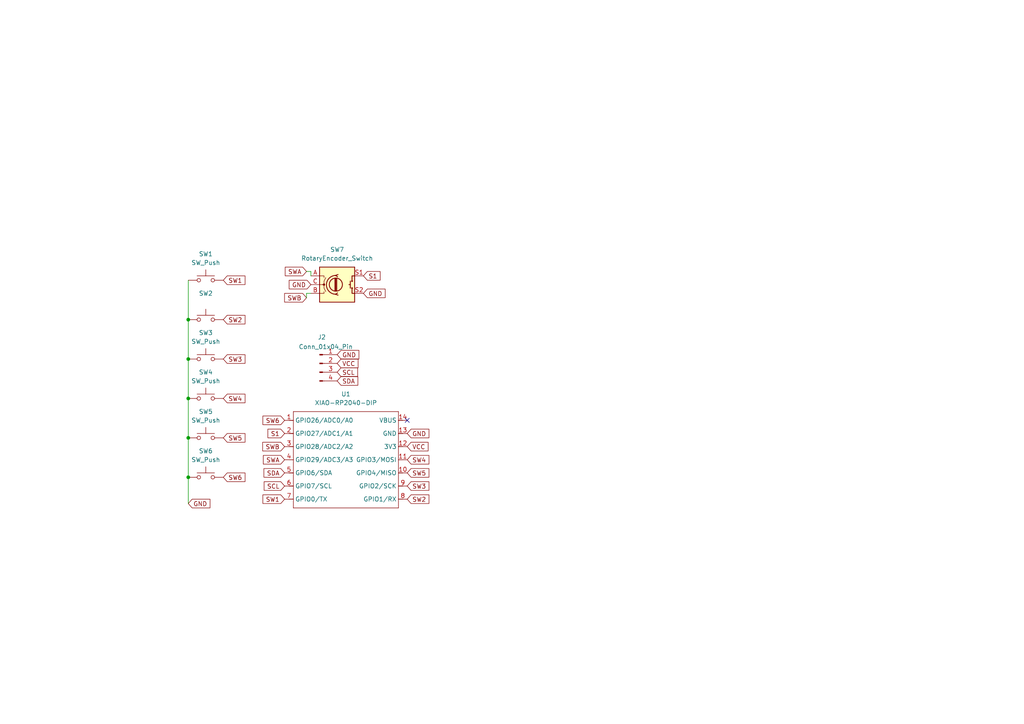
<source format=kicad_sch>
(kicad_sch
	(version 20250114)
	(generator "eeschema")
	(generator_version "9.0")
	(uuid "28b107a6-ad10-41ee-afba-bcd661c9881d")
	(paper "A4")
	(lib_symbols
		(symbol "Connector:Conn_01x04_Pin"
			(pin_names
				(offset 1.016)
				(hide yes)
			)
			(exclude_from_sim no)
			(in_bom yes)
			(on_board yes)
			(property "Reference" "J"
				(at 0 5.08 0)
				(effects
					(font
						(size 1.27 1.27)
					)
				)
			)
			(property "Value" "Conn_01x04_Pin"
				(at 0 -7.62 0)
				(effects
					(font
						(size 1.27 1.27)
					)
				)
			)
			(property "Footprint" ""
				(at 0 0 0)
				(effects
					(font
						(size 1.27 1.27)
					)
					(hide yes)
				)
			)
			(property "Datasheet" "~"
				(at 0 0 0)
				(effects
					(font
						(size 1.27 1.27)
					)
					(hide yes)
				)
			)
			(property "Description" "Generic connector, single row, 01x04, script generated"
				(at 0 0 0)
				(effects
					(font
						(size 1.27 1.27)
					)
					(hide yes)
				)
			)
			(property "ki_locked" ""
				(at 0 0 0)
				(effects
					(font
						(size 1.27 1.27)
					)
				)
			)
			(property "ki_keywords" "connector"
				(at 0 0 0)
				(effects
					(font
						(size 1.27 1.27)
					)
					(hide yes)
				)
			)
			(property "ki_fp_filters" "Connector*:*_1x??_*"
				(at 0 0 0)
				(effects
					(font
						(size 1.27 1.27)
					)
					(hide yes)
				)
			)
			(symbol "Conn_01x04_Pin_1_1"
				(rectangle
					(start 0.8636 2.667)
					(end 0 2.413)
					(stroke
						(width 0.1524)
						(type default)
					)
					(fill
						(type outline)
					)
				)
				(rectangle
					(start 0.8636 0.127)
					(end 0 -0.127)
					(stroke
						(width 0.1524)
						(type default)
					)
					(fill
						(type outline)
					)
				)
				(rectangle
					(start 0.8636 -2.413)
					(end 0 -2.667)
					(stroke
						(width 0.1524)
						(type default)
					)
					(fill
						(type outline)
					)
				)
				(rectangle
					(start 0.8636 -4.953)
					(end 0 -5.207)
					(stroke
						(width 0.1524)
						(type default)
					)
					(fill
						(type outline)
					)
				)
				(polyline
					(pts
						(xy 1.27 2.54) (xy 0.8636 2.54)
					)
					(stroke
						(width 0.1524)
						(type default)
					)
					(fill
						(type none)
					)
				)
				(polyline
					(pts
						(xy 1.27 0) (xy 0.8636 0)
					)
					(stroke
						(width 0.1524)
						(type default)
					)
					(fill
						(type none)
					)
				)
				(polyline
					(pts
						(xy 1.27 -2.54) (xy 0.8636 -2.54)
					)
					(stroke
						(width 0.1524)
						(type default)
					)
					(fill
						(type none)
					)
				)
				(polyline
					(pts
						(xy 1.27 -5.08) (xy 0.8636 -5.08)
					)
					(stroke
						(width 0.1524)
						(type default)
					)
					(fill
						(type none)
					)
				)
				(pin passive line
					(at 5.08 2.54 180)
					(length 3.81)
					(name "Pin_1"
						(effects
							(font
								(size 1.27 1.27)
							)
						)
					)
					(number "1"
						(effects
							(font
								(size 1.27 1.27)
							)
						)
					)
				)
				(pin passive line
					(at 5.08 0 180)
					(length 3.81)
					(name "Pin_2"
						(effects
							(font
								(size 1.27 1.27)
							)
						)
					)
					(number "2"
						(effects
							(font
								(size 1.27 1.27)
							)
						)
					)
				)
				(pin passive line
					(at 5.08 -2.54 180)
					(length 3.81)
					(name "Pin_3"
						(effects
							(font
								(size 1.27 1.27)
							)
						)
					)
					(number "3"
						(effects
							(font
								(size 1.27 1.27)
							)
						)
					)
				)
				(pin passive line
					(at 5.08 -5.08 180)
					(length 3.81)
					(name "Pin_4"
						(effects
							(font
								(size 1.27 1.27)
							)
						)
					)
					(number "4"
						(effects
							(font
								(size 1.27 1.27)
							)
						)
					)
				)
			)
			(embedded_fonts no)
		)
		(symbol "Device:RotaryEncoder_Switch"
			(pin_names
				(offset 0.254)
				(hide yes)
			)
			(exclude_from_sim no)
			(in_bom yes)
			(on_board yes)
			(property "Reference" "SW"
				(at 0 6.604 0)
				(effects
					(font
						(size 1.27 1.27)
					)
				)
			)
			(property "Value" "RotaryEncoder_Switch"
				(at 0 -6.604 0)
				(effects
					(font
						(size 1.27 1.27)
					)
				)
			)
			(property "Footprint" ""
				(at -3.81 4.064 0)
				(effects
					(font
						(size 1.27 1.27)
					)
					(hide yes)
				)
			)
			(property "Datasheet" "~"
				(at 0 6.604 0)
				(effects
					(font
						(size 1.27 1.27)
					)
					(hide yes)
				)
			)
			(property "Description" "Rotary encoder, dual channel, incremental quadrate outputs, with switch"
				(at 0 0 0)
				(effects
					(font
						(size 1.27 1.27)
					)
					(hide yes)
				)
			)
			(property "ki_keywords" "rotary switch encoder switch push button"
				(at 0 0 0)
				(effects
					(font
						(size 1.27 1.27)
					)
					(hide yes)
				)
			)
			(property "ki_fp_filters" "RotaryEncoder*Switch*"
				(at 0 0 0)
				(effects
					(font
						(size 1.27 1.27)
					)
					(hide yes)
				)
			)
			(symbol "RotaryEncoder_Switch_0_1"
				(rectangle
					(start -5.08 5.08)
					(end 5.08 -5.08)
					(stroke
						(width 0.254)
						(type default)
					)
					(fill
						(type background)
					)
				)
				(polyline
					(pts
						(xy -5.08 2.54) (xy -3.81 2.54) (xy -3.81 2.032)
					)
					(stroke
						(width 0)
						(type default)
					)
					(fill
						(type none)
					)
				)
				(polyline
					(pts
						(xy -5.08 0) (xy -3.81 0) (xy -3.81 -1.016) (xy -3.302 -2.032)
					)
					(stroke
						(width 0)
						(type default)
					)
					(fill
						(type none)
					)
				)
				(polyline
					(pts
						(xy -5.08 -2.54) (xy -3.81 -2.54) (xy -3.81 -2.032)
					)
					(stroke
						(width 0)
						(type default)
					)
					(fill
						(type none)
					)
				)
				(polyline
					(pts
						(xy -4.318 0) (xy -3.81 0) (xy -3.81 1.016) (xy -3.302 2.032)
					)
					(stroke
						(width 0)
						(type default)
					)
					(fill
						(type none)
					)
				)
				(circle
					(center -3.81 0)
					(radius 0.254)
					(stroke
						(width 0)
						(type default)
					)
					(fill
						(type outline)
					)
				)
				(polyline
					(pts
						(xy -0.635 -1.778) (xy -0.635 1.778)
					)
					(stroke
						(width 0.254)
						(type default)
					)
					(fill
						(type none)
					)
				)
				(circle
					(center -0.381 0)
					(radius 1.905)
					(stroke
						(width 0.254)
						(type default)
					)
					(fill
						(type none)
					)
				)
				(polyline
					(pts
						(xy -0.381 -1.778) (xy -0.381 1.778)
					)
					(stroke
						(width 0.254)
						(type default)
					)
					(fill
						(type none)
					)
				)
				(arc
					(start -0.381 -2.794)
					(mid -3.0988 -0.0635)
					(end -0.381 2.667)
					(stroke
						(width 0.254)
						(type default)
					)
					(fill
						(type none)
					)
				)
				(polyline
					(pts
						(xy -0.127 1.778) (xy -0.127 -1.778)
					)
					(stroke
						(width 0.254)
						(type default)
					)
					(fill
						(type none)
					)
				)
				(polyline
					(pts
						(xy 0.254 2.921) (xy -0.508 2.667) (xy 0.127 2.286)
					)
					(stroke
						(width 0.254)
						(type default)
					)
					(fill
						(type none)
					)
				)
				(polyline
					(pts
						(xy 0.254 -3.048) (xy -0.508 -2.794) (xy 0.127 -2.413)
					)
					(stroke
						(width 0.254)
						(type default)
					)
					(fill
						(type none)
					)
				)
				(polyline
					(pts
						(xy 3.81 1.016) (xy 3.81 -1.016)
					)
					(stroke
						(width 0.254)
						(type default)
					)
					(fill
						(type none)
					)
				)
				(polyline
					(pts
						(xy 3.81 0) (xy 3.429 0)
					)
					(stroke
						(width 0.254)
						(type default)
					)
					(fill
						(type none)
					)
				)
				(circle
					(center 4.318 1.016)
					(radius 0.127)
					(stroke
						(width 0.254)
						(type default)
					)
					(fill
						(type none)
					)
				)
				(circle
					(center 4.318 -1.016)
					(radius 0.127)
					(stroke
						(width 0.254)
						(type default)
					)
					(fill
						(type none)
					)
				)
				(polyline
					(pts
						(xy 5.08 2.54) (xy 4.318 2.54) (xy 4.318 1.016)
					)
					(stroke
						(width 0.254)
						(type default)
					)
					(fill
						(type none)
					)
				)
				(polyline
					(pts
						(xy 5.08 -2.54) (xy 4.318 -2.54) (xy 4.318 -1.016)
					)
					(stroke
						(width 0.254)
						(type default)
					)
					(fill
						(type none)
					)
				)
			)
			(symbol "RotaryEncoder_Switch_1_1"
				(pin passive line
					(at -7.62 2.54 0)
					(length 2.54)
					(name "A"
						(effects
							(font
								(size 1.27 1.27)
							)
						)
					)
					(number "A"
						(effects
							(font
								(size 1.27 1.27)
							)
						)
					)
				)
				(pin passive line
					(at -7.62 0 0)
					(length 2.54)
					(name "C"
						(effects
							(font
								(size 1.27 1.27)
							)
						)
					)
					(number "C"
						(effects
							(font
								(size 1.27 1.27)
							)
						)
					)
				)
				(pin passive line
					(at -7.62 -2.54 0)
					(length 2.54)
					(name "B"
						(effects
							(font
								(size 1.27 1.27)
							)
						)
					)
					(number "B"
						(effects
							(font
								(size 1.27 1.27)
							)
						)
					)
				)
				(pin passive line
					(at 7.62 2.54 180)
					(length 2.54)
					(name "S1"
						(effects
							(font
								(size 1.27 1.27)
							)
						)
					)
					(number "S1"
						(effects
							(font
								(size 1.27 1.27)
							)
						)
					)
				)
				(pin passive line
					(at 7.62 -2.54 180)
					(length 2.54)
					(name "S2"
						(effects
							(font
								(size 1.27 1.27)
							)
						)
					)
					(number "S2"
						(effects
							(font
								(size 1.27 1.27)
							)
						)
					)
				)
			)
			(embedded_fonts no)
		)
		(symbol "OPL:XIAO-RP2040-DIP"
			(exclude_from_sim no)
			(in_bom yes)
			(on_board yes)
			(property "Reference" "U"
				(at 0 0 0)
				(effects
					(font
						(size 1.27 1.27)
					)
				)
			)
			(property "Value" "XIAO-RP2040-DIP"
				(at 5.334 -1.778 0)
				(effects
					(font
						(size 1.27 1.27)
					)
				)
			)
			(property "Footprint" "Module:MOUDLE14P-XIAO-DIP-SMD"
				(at 14.478 -32.258 0)
				(effects
					(font
						(size 1.27 1.27)
					)
					(hide yes)
				)
			)
			(property "Datasheet" ""
				(at 0 0 0)
				(effects
					(font
						(size 1.27 1.27)
					)
					(hide yes)
				)
			)
			(property "Description" ""
				(at 0 0 0)
				(effects
					(font
						(size 1.27 1.27)
					)
					(hide yes)
				)
			)
			(symbol "XIAO-RP2040-DIP_1_0"
				(polyline
					(pts
						(xy -1.27 -2.54) (xy 29.21 -2.54)
					)
					(stroke
						(width 0.1524)
						(type solid)
					)
					(fill
						(type none)
					)
				)
				(polyline
					(pts
						(xy -1.27 -5.08) (xy -2.54 -5.08)
					)
					(stroke
						(width 0.1524)
						(type solid)
					)
					(fill
						(type none)
					)
				)
				(polyline
					(pts
						(xy -1.27 -5.08) (xy -1.27 -2.54)
					)
					(stroke
						(width 0.1524)
						(type solid)
					)
					(fill
						(type none)
					)
				)
				(polyline
					(pts
						(xy -1.27 -8.89) (xy -2.54 -8.89)
					)
					(stroke
						(width 0.1524)
						(type solid)
					)
					(fill
						(type none)
					)
				)
				(polyline
					(pts
						(xy -1.27 -8.89) (xy -1.27 -5.08)
					)
					(stroke
						(width 0.1524)
						(type solid)
					)
					(fill
						(type none)
					)
				)
				(polyline
					(pts
						(xy -1.27 -12.7) (xy -2.54 -12.7)
					)
					(stroke
						(width 0.1524)
						(type solid)
					)
					(fill
						(type none)
					)
				)
				(polyline
					(pts
						(xy -1.27 -12.7) (xy -1.27 -8.89)
					)
					(stroke
						(width 0.1524)
						(type solid)
					)
					(fill
						(type none)
					)
				)
				(polyline
					(pts
						(xy -1.27 -16.51) (xy -2.54 -16.51)
					)
					(stroke
						(width 0.1524)
						(type solid)
					)
					(fill
						(type none)
					)
				)
				(polyline
					(pts
						(xy -1.27 -16.51) (xy -1.27 -12.7)
					)
					(stroke
						(width 0.1524)
						(type solid)
					)
					(fill
						(type none)
					)
				)
				(polyline
					(pts
						(xy -1.27 -20.32) (xy -2.54 -20.32)
					)
					(stroke
						(width 0.1524)
						(type solid)
					)
					(fill
						(type none)
					)
				)
				(polyline
					(pts
						(xy -1.27 -24.13) (xy -2.54 -24.13)
					)
					(stroke
						(width 0.1524)
						(type solid)
					)
					(fill
						(type none)
					)
				)
				(polyline
					(pts
						(xy -1.27 -27.94) (xy -2.54 -27.94)
					)
					(stroke
						(width 0.1524)
						(type solid)
					)
					(fill
						(type none)
					)
				)
				(polyline
					(pts
						(xy -1.27 -30.48) (xy -1.27 -16.51)
					)
					(stroke
						(width 0.1524)
						(type solid)
					)
					(fill
						(type none)
					)
				)
				(polyline
					(pts
						(xy 29.21 -2.54) (xy 29.21 -5.08)
					)
					(stroke
						(width 0.1524)
						(type solid)
					)
					(fill
						(type none)
					)
				)
				(polyline
					(pts
						(xy 29.21 -5.08) (xy 29.21 -8.89)
					)
					(stroke
						(width 0.1524)
						(type solid)
					)
					(fill
						(type none)
					)
				)
				(polyline
					(pts
						(xy 29.21 -8.89) (xy 29.21 -12.7)
					)
					(stroke
						(width 0.1524)
						(type solid)
					)
					(fill
						(type none)
					)
				)
				(polyline
					(pts
						(xy 29.21 -12.7) (xy 29.21 -30.48)
					)
					(stroke
						(width 0.1524)
						(type solid)
					)
					(fill
						(type none)
					)
				)
				(polyline
					(pts
						(xy 29.21 -30.48) (xy -1.27 -30.48)
					)
					(stroke
						(width 0.1524)
						(type solid)
					)
					(fill
						(type none)
					)
				)
				(polyline
					(pts
						(xy 30.48 -5.08) (xy 29.21 -5.08)
					)
					(stroke
						(width 0.1524)
						(type solid)
					)
					(fill
						(type none)
					)
				)
				(polyline
					(pts
						(xy 30.48 -8.89) (xy 29.21 -8.89)
					)
					(stroke
						(width 0.1524)
						(type solid)
					)
					(fill
						(type none)
					)
				)
				(polyline
					(pts
						(xy 30.48 -12.7) (xy 29.21 -12.7)
					)
					(stroke
						(width 0.1524)
						(type solid)
					)
					(fill
						(type none)
					)
				)
				(polyline
					(pts
						(xy 30.48 -16.51) (xy 29.21 -16.51)
					)
					(stroke
						(width 0.1524)
						(type solid)
					)
					(fill
						(type none)
					)
				)
				(polyline
					(pts
						(xy 30.48 -20.32) (xy 29.21 -20.32)
					)
					(stroke
						(width 0.1524)
						(type solid)
					)
					(fill
						(type none)
					)
				)
				(polyline
					(pts
						(xy 30.48 -24.13) (xy 29.21 -24.13)
					)
					(stroke
						(width 0.1524)
						(type solid)
					)
					(fill
						(type none)
					)
				)
				(polyline
					(pts
						(xy 30.48 -27.94) (xy 29.21 -27.94)
					)
					(stroke
						(width 0.1524)
						(type solid)
					)
					(fill
						(type none)
					)
				)
				(pin passive line
					(at -3.81 -5.08 0)
					(length 2.54)
					(name "GPIO26/ADC0/A0"
						(effects
							(font
								(size 1.27 1.27)
							)
						)
					)
					(number "1"
						(effects
							(font
								(size 1.27 1.27)
							)
						)
					)
				)
				(pin passive line
					(at -3.81 -8.89 0)
					(length 2.54)
					(name "GPIO27/ADC1/A1"
						(effects
							(font
								(size 1.27 1.27)
							)
						)
					)
					(number "2"
						(effects
							(font
								(size 1.27 1.27)
							)
						)
					)
				)
				(pin passive line
					(at -3.81 -12.7 0)
					(length 2.54)
					(name "GPIO28/ADC2/A2"
						(effects
							(font
								(size 1.27 1.27)
							)
						)
					)
					(number "3"
						(effects
							(font
								(size 1.27 1.27)
							)
						)
					)
				)
				(pin passive line
					(at -3.81 -16.51 0)
					(length 2.54)
					(name "GPIO29/ADC3/A3"
						(effects
							(font
								(size 1.27 1.27)
							)
						)
					)
					(number "4"
						(effects
							(font
								(size 1.27 1.27)
							)
						)
					)
				)
				(pin passive line
					(at -3.81 -20.32 0)
					(length 2.54)
					(name "GPIO6/SDA"
						(effects
							(font
								(size 1.27 1.27)
							)
						)
					)
					(number "5"
						(effects
							(font
								(size 1.27 1.27)
							)
						)
					)
				)
				(pin passive line
					(at -3.81 -24.13 0)
					(length 2.54)
					(name "GPIO7/SCL"
						(effects
							(font
								(size 1.27 1.27)
							)
						)
					)
					(number "6"
						(effects
							(font
								(size 1.27 1.27)
							)
						)
					)
				)
				(pin passive line
					(at -3.81 -27.94 0)
					(length 2.54)
					(name "GPIO0/TX"
						(effects
							(font
								(size 1.27 1.27)
							)
						)
					)
					(number "7"
						(effects
							(font
								(size 1.27 1.27)
							)
						)
					)
				)
				(pin passive line
					(at 31.75 -5.08 180)
					(length 2.54)
					(name "VBUS"
						(effects
							(font
								(size 1.27 1.27)
							)
						)
					)
					(number "14"
						(effects
							(font
								(size 1.27 1.27)
							)
						)
					)
				)
				(pin passive line
					(at 31.75 -8.89 180)
					(length 2.54)
					(name "GND"
						(effects
							(font
								(size 1.27 1.27)
							)
						)
					)
					(number "13"
						(effects
							(font
								(size 1.27 1.27)
							)
						)
					)
				)
				(pin passive line
					(at 31.75 -12.7 180)
					(length 2.54)
					(name "3V3"
						(effects
							(font
								(size 1.27 1.27)
							)
						)
					)
					(number "12"
						(effects
							(font
								(size 1.27 1.27)
							)
						)
					)
				)
				(pin passive line
					(at 31.75 -16.51 180)
					(length 2.54)
					(name "GPIO3/MOSI"
						(effects
							(font
								(size 1.27 1.27)
							)
						)
					)
					(number "11"
						(effects
							(font
								(size 1.27 1.27)
							)
						)
					)
				)
				(pin passive line
					(at 31.75 -20.32 180)
					(length 2.54)
					(name "GPIO4/MISO"
						(effects
							(font
								(size 1.27 1.27)
							)
						)
					)
					(number "10"
						(effects
							(font
								(size 1.27 1.27)
							)
						)
					)
				)
				(pin passive line
					(at 31.75 -24.13 180)
					(length 2.54)
					(name "GPIO2/SCK"
						(effects
							(font
								(size 1.27 1.27)
							)
						)
					)
					(number "9"
						(effects
							(font
								(size 1.27 1.27)
							)
						)
					)
				)
				(pin passive line
					(at 31.75 -27.94 180)
					(length 2.54)
					(name "GPIO1/RX"
						(effects
							(font
								(size 1.27 1.27)
							)
						)
					)
					(number "8"
						(effects
							(font
								(size 1.27 1.27)
							)
						)
					)
				)
			)
			(embedded_fonts no)
		)
		(symbol "Switch:SW_Push"
			(pin_numbers
				(hide yes)
			)
			(pin_names
				(offset 1.016)
				(hide yes)
			)
			(exclude_from_sim no)
			(in_bom yes)
			(on_board yes)
			(property "Reference" "SW"
				(at 1.27 2.54 0)
				(effects
					(font
						(size 1.27 1.27)
					)
					(justify left)
				)
			)
			(property "Value" "SW_Push"
				(at 0 -1.524 0)
				(effects
					(font
						(size 1.27 1.27)
					)
				)
			)
			(property "Footprint" ""
				(at 0 5.08 0)
				(effects
					(font
						(size 1.27 1.27)
					)
					(hide yes)
				)
			)
			(property "Datasheet" "~"
				(at 0 5.08 0)
				(effects
					(font
						(size 1.27 1.27)
					)
					(hide yes)
				)
			)
			(property "Description" "Push button switch, generic, two pins"
				(at 0 0 0)
				(effects
					(font
						(size 1.27 1.27)
					)
					(hide yes)
				)
			)
			(property "ki_keywords" "switch normally-open pushbutton push-button"
				(at 0 0 0)
				(effects
					(font
						(size 1.27 1.27)
					)
					(hide yes)
				)
			)
			(symbol "SW_Push_0_1"
				(circle
					(center -2.032 0)
					(radius 0.508)
					(stroke
						(width 0)
						(type default)
					)
					(fill
						(type none)
					)
				)
				(polyline
					(pts
						(xy 0 1.27) (xy 0 3.048)
					)
					(stroke
						(width 0)
						(type default)
					)
					(fill
						(type none)
					)
				)
				(circle
					(center 2.032 0)
					(radius 0.508)
					(stroke
						(width 0)
						(type default)
					)
					(fill
						(type none)
					)
				)
				(polyline
					(pts
						(xy 2.54 1.27) (xy -2.54 1.27)
					)
					(stroke
						(width 0)
						(type default)
					)
					(fill
						(type none)
					)
				)
				(pin passive line
					(at -5.08 0 0)
					(length 2.54)
					(name "1"
						(effects
							(font
								(size 1.27 1.27)
							)
						)
					)
					(number "1"
						(effects
							(font
								(size 1.27 1.27)
							)
						)
					)
				)
				(pin passive line
					(at 5.08 0 180)
					(length 2.54)
					(name "2"
						(effects
							(font
								(size 1.27 1.27)
							)
						)
					)
					(number "2"
						(effects
							(font
								(size 1.27 1.27)
							)
						)
					)
				)
			)
			(embedded_fonts no)
		)
	)
	(junction
		(at 54.61 115.57)
		(diameter 0)
		(color 0 0 0 0)
		(uuid "3b592d01-96c5-473c-8369-5dd8040f5e98")
	)
	(junction
		(at 54.61 127)
		(diameter 0)
		(color 0 0 0 0)
		(uuid "5ca36012-d906-4619-b6ae-c1336ed93307")
	)
	(junction
		(at 54.61 104.14)
		(diameter 0)
		(color 0 0 0 0)
		(uuid "65f4da20-5684-4844-a1fb-f1471d18d4fb")
	)
	(junction
		(at 54.61 92.71)
		(diameter 0)
		(color 0 0 0 0)
		(uuid "dfa9089a-67c9-4666-b4aa-ef7f708fc283")
	)
	(junction
		(at 54.61 138.43)
		(diameter 0)
		(color 0 0 0 0)
		(uuid "f410be28-6c75-421e-bae9-41d097c161eb")
	)
	(no_connect
		(at 118.11 121.92)
		(uuid "42cc428b-8ff7-4789-8a30-761dcf9d0303")
	)
	(wire
		(pts
			(xy 54.61 127) (xy 54.61 138.43)
		)
		(stroke
			(width 0)
			(type default)
		)
		(uuid "093431cf-9bc5-4393-b50b-cdb0e3ebcba7")
	)
	(wire
		(pts
			(xy 90.17 78.74) (xy 90.17 80.01)
		)
		(stroke
			(width 0)
			(type default)
		)
		(uuid "5b5434e1-c0f3-490d-aeca-d7fdb0e46cc7")
	)
	(wire
		(pts
			(xy 88.9 85.09) (xy 90.17 85.09)
		)
		(stroke
			(width 0)
			(type default)
		)
		(uuid "71c7fc39-bec2-44c2-b897-3486225b6431")
	)
	(wire
		(pts
			(xy 54.61 115.57) (xy 54.61 127)
		)
		(stroke
			(width 0)
			(type default)
		)
		(uuid "7f8f90a4-b43a-418c-aceb-330be022532f")
	)
	(wire
		(pts
			(xy 54.61 104.14) (xy 54.61 115.57)
		)
		(stroke
			(width 0)
			(type default)
		)
		(uuid "9c604dc1-b691-4e11-8e9a-7b17bf49c55a")
	)
	(wire
		(pts
			(xy 54.61 138.43) (xy 54.61 146.05)
		)
		(stroke
			(width 0)
			(type default)
		)
		(uuid "a2338c5f-d6a9-4644-ac80-44c4da9ec252")
	)
	(wire
		(pts
			(xy 88.9 78.74) (xy 90.17 78.74)
		)
		(stroke
			(width 0)
			(type default)
		)
		(uuid "a78f8029-a5be-4ea7-a7fd-d1761361e6d2")
	)
	(wire
		(pts
			(xy 54.61 81.28) (xy 54.61 92.71)
		)
		(stroke
			(width 0)
			(type default)
		)
		(uuid "a8f15ab4-919f-48bb-b1b4-1eb2a7212071")
	)
	(wire
		(pts
			(xy 88.9 86.36) (xy 88.9 85.09)
		)
		(stroke
			(width 0)
			(type default)
		)
		(uuid "cbe4849f-4a0b-48ad-a307-e31693dcf6ba")
	)
	(wire
		(pts
			(xy 54.61 92.71) (xy 54.61 104.14)
		)
		(stroke
			(width 0)
			(type default)
		)
		(uuid "d15b05cb-edc5-4ccc-bef9-d0b217658927")
	)
	(global_label "SW4"
		(shape input)
		(at 64.77 115.57 0)
		(fields_autoplaced yes)
		(effects
			(font
				(size 1.27 1.27)
			)
			(justify left)
		)
		(uuid "1b3cedb9-bb01-4961-bb52-406bc4ade3b7")
		(property "Intersheetrefs" "${INTERSHEET_REFS}"
			(at 71.6256 115.57 0)
			(effects
				(font
					(size 1.27 1.27)
				)
				(justify left)
				(hide yes)
			)
		)
	)
	(global_label "SW6"
		(shape input)
		(at 82.55 121.92 180)
		(fields_autoplaced yes)
		(effects
			(font
				(size 1.27 1.27)
			)
			(justify right)
		)
		(uuid "20159e70-a219-4ce6-ba24-5c76e8e4e636")
		(property "Intersheetrefs" "${INTERSHEET_REFS}"
			(at 75.6944 121.92 0)
			(effects
				(font
					(size 1.27 1.27)
				)
				(justify right)
				(hide yes)
			)
		)
	)
	(global_label "SW1"
		(shape input)
		(at 64.77 81.28 0)
		(fields_autoplaced yes)
		(effects
			(font
				(size 1.27 1.27)
			)
			(justify left)
		)
		(uuid "243dd24c-a436-431b-bfef-4b06f25ec7ee")
		(property "Intersheetrefs" "${INTERSHEET_REFS}"
			(at 71.6256 81.28 0)
			(effects
				(font
					(size 1.27 1.27)
				)
				(justify left)
				(hide yes)
			)
		)
	)
	(global_label "SW3"
		(shape input)
		(at 118.11 140.97 0)
		(fields_autoplaced yes)
		(effects
			(font
				(size 1.27 1.27)
			)
			(justify left)
		)
		(uuid "2b7cbc03-e314-4424-b8be-d1144bfa1050")
		(property "Intersheetrefs" "${INTERSHEET_REFS}"
			(at 124.9656 140.97 0)
			(effects
				(font
					(size 1.27 1.27)
				)
				(justify left)
				(hide yes)
			)
		)
	)
	(global_label "SWB"
		(shape input)
		(at 88.9 86.36 180)
		(fields_autoplaced yes)
		(effects
			(font
				(size 1.27 1.27)
			)
			(justify right)
		)
		(uuid "2e1cab64-e2f0-4b34-8243-0d7d774c813e")
		(property "Intersheetrefs" "${INTERSHEET_REFS}"
			(at 81.9839 86.36 0)
			(effects
				(font
					(size 1.27 1.27)
				)
				(justify right)
				(hide yes)
			)
		)
	)
	(global_label "SW5"
		(shape input)
		(at 64.77 127 0)
		(fields_autoplaced yes)
		(effects
			(font
				(size 1.27 1.27)
			)
			(justify left)
		)
		(uuid "3dbb19b8-2c71-46c7-a446-2bfbe457fbc1")
		(property "Intersheetrefs" "${INTERSHEET_REFS}"
			(at 71.6256 127 0)
			(effects
				(font
					(size 1.27 1.27)
				)
				(justify left)
				(hide yes)
			)
		)
	)
	(global_label "VCC"
		(shape input)
		(at 97.79 105.41 0)
		(fields_autoplaced yes)
		(effects
			(font
				(size 1.27 1.27)
			)
			(justify left)
		)
		(uuid "3e9bf11f-4c1e-4bc0-b7f6-59b3058e3ca8")
		(property "Intersheetrefs" "${INTERSHEET_REFS}"
			(at 104.4038 105.41 0)
			(effects
				(font
					(size 1.27 1.27)
				)
				(justify left)
				(hide yes)
			)
		)
	)
	(global_label "VCC"
		(shape input)
		(at 118.11 129.54 0)
		(fields_autoplaced yes)
		(effects
			(font
				(size 1.27 1.27)
			)
			(justify left)
		)
		(uuid "3f63d62f-9b41-4e30-b644-e8136f4ea66f")
		(property "Intersheetrefs" "${INTERSHEET_REFS}"
			(at 124.7238 129.54 0)
			(effects
				(font
					(size 1.27 1.27)
				)
				(justify left)
				(hide yes)
			)
		)
	)
	(global_label "SWB"
		(shape input)
		(at 82.55 129.54 180)
		(fields_autoplaced yes)
		(effects
			(font
				(size 1.27 1.27)
			)
			(justify right)
		)
		(uuid "43d28994-ab56-4a6e-9cdc-74e1ac9ca04d")
		(property "Intersheetrefs" "${INTERSHEET_REFS}"
			(at 75.6339 129.54 0)
			(effects
				(font
					(size 1.27 1.27)
				)
				(justify right)
				(hide yes)
			)
		)
	)
	(global_label "S1"
		(shape input)
		(at 105.41 80.01 0)
		(fields_autoplaced yes)
		(effects
			(font
				(size 1.27 1.27)
			)
			(justify left)
		)
		(uuid "491dfd34-3218-4d0e-a3c1-b659d0f6fca2")
		(property "Intersheetrefs" "${INTERSHEET_REFS}"
			(at 110.8142 80.01 0)
			(effects
				(font
					(size 1.27 1.27)
				)
				(justify left)
				(hide yes)
			)
		)
	)
	(global_label "SCL"
		(shape input)
		(at 97.79 107.95 0)
		(fields_autoplaced yes)
		(effects
			(font
				(size 1.27 1.27)
			)
			(justify left)
		)
		(uuid "4aa1728a-54fd-4782-94c5-9f37640b7b6d")
		(property "Intersheetrefs" "${INTERSHEET_REFS}"
			(at 104.2828 107.95 0)
			(effects
				(font
					(size 1.27 1.27)
				)
				(justify left)
				(hide yes)
			)
		)
	)
	(global_label "SCL"
		(shape input)
		(at 82.55 140.97 180)
		(fields_autoplaced yes)
		(effects
			(font
				(size 1.27 1.27)
			)
			(justify right)
		)
		(uuid "5370573c-8eb8-4d2b-ab46-f0acdfedf4a9")
		(property "Intersheetrefs" "${INTERSHEET_REFS}"
			(at 76.0572 140.97 0)
			(effects
				(font
					(size 1.27 1.27)
				)
				(justify right)
				(hide yes)
			)
		)
	)
	(global_label "GND"
		(shape input)
		(at 105.41 85.09 0)
		(fields_autoplaced yes)
		(effects
			(font
				(size 1.27 1.27)
			)
			(justify left)
		)
		(uuid "5e601c5a-81b1-4cc7-9bc3-8c5d476e5f00")
		(property "Intersheetrefs" "${INTERSHEET_REFS}"
			(at 112.2657 85.09 0)
			(effects
				(font
					(size 1.27 1.27)
				)
				(justify left)
				(hide yes)
			)
		)
	)
	(global_label "SDA"
		(shape input)
		(at 97.79 110.49 0)
		(fields_autoplaced yes)
		(effects
			(font
				(size 1.27 1.27)
			)
			(justify left)
		)
		(uuid "7de33f2b-f9c2-44eb-92a8-f80a8c8ca3f6")
		(property "Intersheetrefs" "${INTERSHEET_REFS}"
			(at 104.3433 110.49 0)
			(effects
				(font
					(size 1.27 1.27)
				)
				(justify left)
				(hide yes)
			)
		)
	)
	(global_label "SWA"
		(shape input)
		(at 88.9 78.74 180)
		(fields_autoplaced yes)
		(effects
			(font
				(size 1.27 1.27)
			)
			(justify right)
		)
		(uuid "8c2d1993-b67d-467f-864f-8c8c4a18c06a")
		(property "Intersheetrefs" "${INTERSHEET_REFS}"
			(at 82.1653 78.74 0)
			(effects
				(font
					(size 1.27 1.27)
				)
				(justify right)
				(hide yes)
			)
		)
	)
	(global_label "SWA"
		(shape input)
		(at 82.55 133.35 180)
		(fields_autoplaced yes)
		(effects
			(font
				(size 1.27 1.27)
			)
			(justify right)
		)
		(uuid "962bfab0-ea5b-4b56-ac73-8025f6faa2b1")
		(property "Intersheetrefs" "${INTERSHEET_REFS}"
			(at 75.8153 133.35 0)
			(effects
				(font
					(size 1.27 1.27)
				)
				(justify right)
				(hide yes)
			)
		)
	)
	(global_label "SW3"
		(shape input)
		(at 64.77 104.14 0)
		(fields_autoplaced yes)
		(effects
			(font
				(size 1.27 1.27)
			)
			(justify left)
		)
		(uuid "9cf7995b-dcc2-4d30-90a5-2a30b1a70dfc")
		(property "Intersheetrefs" "${INTERSHEET_REFS}"
			(at 71.6256 104.14 0)
			(effects
				(font
					(size 1.27 1.27)
				)
				(justify left)
				(hide yes)
			)
		)
	)
	(global_label "SW1"
		(shape input)
		(at 82.55 144.78 180)
		(fields_autoplaced yes)
		(effects
			(font
				(size 1.27 1.27)
			)
			(justify right)
		)
		(uuid "a036edc6-282c-4fcf-bebf-7c07428329b7")
		(property "Intersheetrefs" "${INTERSHEET_REFS}"
			(at 75.6944 144.78 0)
			(effects
				(font
					(size 1.27 1.27)
				)
				(justify right)
				(hide yes)
			)
		)
	)
	(global_label "GND"
		(shape input)
		(at 118.11 125.73 0)
		(fields_autoplaced yes)
		(effects
			(font
				(size 1.27 1.27)
			)
			(justify left)
		)
		(uuid "a31f77d2-c0c0-4645-b0c4-180565339046")
		(property "Intersheetrefs" "${INTERSHEET_REFS}"
			(at 124.9657 125.73 0)
			(effects
				(font
					(size 1.27 1.27)
				)
				(justify left)
				(hide yes)
			)
		)
	)
	(global_label "GND"
		(shape input)
		(at 97.79 102.87 0)
		(fields_autoplaced yes)
		(effects
			(font
				(size 1.27 1.27)
			)
			(justify left)
		)
		(uuid "a93882e6-0571-45dc-9981-2a692c87783e")
		(property "Intersheetrefs" "${INTERSHEET_REFS}"
			(at 104.6457 102.87 0)
			(effects
				(font
					(size 1.27 1.27)
				)
				(justify left)
				(hide yes)
			)
		)
	)
	(global_label "GND"
		(shape input)
		(at 54.61 146.05 0)
		(fields_autoplaced yes)
		(effects
			(font
				(size 1.27 1.27)
			)
			(justify left)
		)
		(uuid "aabe5bdf-c3d9-4175-bb46-c5c405865538")
		(property "Intersheetrefs" "${INTERSHEET_REFS}"
			(at 61.4657 146.05 0)
			(effects
				(font
					(size 1.27 1.27)
				)
				(justify left)
				(hide yes)
			)
		)
	)
	(global_label "SW4"
		(shape input)
		(at 118.11 133.35 0)
		(fields_autoplaced yes)
		(effects
			(font
				(size 1.27 1.27)
			)
			(justify left)
		)
		(uuid "ab1806e3-9ef7-4e52-b338-dd115c96138e")
		(property "Intersheetrefs" "${INTERSHEET_REFS}"
			(at 124.9656 133.35 0)
			(effects
				(font
					(size 1.27 1.27)
				)
				(justify left)
				(hide yes)
			)
		)
	)
	(global_label "SDA"
		(shape input)
		(at 82.55 137.16 180)
		(fields_autoplaced yes)
		(effects
			(font
				(size 1.27 1.27)
			)
			(justify right)
		)
		(uuid "b001c557-c987-45da-b30a-f91ff72d5cfe")
		(property "Intersheetrefs" "${INTERSHEET_REFS}"
			(at 75.9967 137.16 0)
			(effects
				(font
					(size 1.27 1.27)
				)
				(justify right)
				(hide yes)
			)
		)
	)
	(global_label "SW2"
		(shape input)
		(at 118.11 144.78 0)
		(fields_autoplaced yes)
		(effects
			(font
				(size 1.27 1.27)
			)
			(justify left)
		)
		(uuid "b1e9d1be-7fe9-4826-9388-53783d86465f")
		(property "Intersheetrefs" "${INTERSHEET_REFS}"
			(at 124.9656 144.78 0)
			(effects
				(font
					(size 1.27 1.27)
				)
				(justify left)
				(hide yes)
			)
		)
	)
	(global_label "SW5"
		(shape input)
		(at 118.11 137.16 0)
		(fields_autoplaced yes)
		(effects
			(font
				(size 1.27 1.27)
			)
			(justify left)
		)
		(uuid "bf488762-2787-4655-bd10-a3689c5d705a")
		(property "Intersheetrefs" "${INTERSHEET_REFS}"
			(at 124.9656 137.16 0)
			(effects
				(font
					(size 1.27 1.27)
				)
				(justify left)
				(hide yes)
			)
		)
	)
	(global_label "GND"
		(shape input)
		(at 90.17 82.55 180)
		(fields_autoplaced yes)
		(effects
			(font
				(size 1.27 1.27)
			)
			(justify right)
		)
		(uuid "ccd885e6-0b65-41ba-9add-2bd749f37283")
		(property "Intersheetrefs" "${INTERSHEET_REFS}"
			(at 83.3143 82.55 0)
			(effects
				(font
					(size 1.27 1.27)
				)
				(justify right)
				(hide yes)
			)
		)
	)
	(global_label "SW2"
		(shape input)
		(at 64.77 92.71 0)
		(fields_autoplaced yes)
		(effects
			(font
				(size 1.27 1.27)
			)
			(justify left)
		)
		(uuid "dbfe6c06-b804-4c49-aa35-c749beeb0448")
		(property "Intersheetrefs" "${INTERSHEET_REFS}"
			(at 71.6256 92.71 0)
			(effects
				(font
					(size 1.27 1.27)
				)
				(justify left)
				(hide yes)
			)
		)
	)
	(global_label "SW6"
		(shape input)
		(at 64.77 138.43 0)
		(fields_autoplaced yes)
		(effects
			(font
				(size 1.27 1.27)
			)
			(justify left)
		)
		(uuid "f012f626-4f3d-4e78-b3a2-481f073aadc4")
		(property "Intersheetrefs" "${INTERSHEET_REFS}"
			(at 71.6256 138.43 0)
			(effects
				(font
					(size 1.27 1.27)
				)
				(justify left)
				(hide yes)
			)
		)
	)
	(global_label "S1"
		(shape input)
		(at 82.55 125.73 180)
		(fields_autoplaced yes)
		(effects
			(font
				(size 1.27 1.27)
			)
			(justify right)
		)
		(uuid "ff9d6bb7-dc06-4588-816a-96c7ae72b0c3")
		(property "Intersheetrefs" "${INTERSHEET_REFS}"
			(at 77.1458 125.73 0)
			(effects
				(font
					(size 1.27 1.27)
				)
				(justify right)
				(hide yes)
			)
		)
	)
	(symbol
		(lib_id "Connector:Conn_01x04_Pin")
		(at 92.71 105.41 0)
		(unit 1)
		(exclude_from_sim no)
		(in_bom yes)
		(on_board yes)
		(dnp no)
		(uuid "1071bea9-921e-4337-82d7-71f7f03ae2b3")
		(property "Reference" "J2"
			(at 93.345 97.79 0)
			(effects
				(font
					(size 1.27 1.27)
				)
			)
		)
		(property "Value" "Conn_01x04_Pin"
			(at 94.488 100.584 0)
			(effects
				(font
					(size 1.27 1.27)
				)
			)
		)
		(property "Footprint" "Connector_PinHeader_1.00mm:PinHeader_1x04_P1.00mm_Vertical"
			(at 92.71 105.41 0)
			(effects
				(font
					(size 1.27 1.27)
				)
				(hide yes)
			)
		)
		(property "Datasheet" "~"
			(at 92.71 105.41 0)
			(effects
				(font
					(size 1.27 1.27)
				)
				(hide yes)
			)
		)
		(property "Description" "Generic connector, single row, 01x04, script generated"
			(at 92.71 105.41 0)
			(effects
				(font
					(size 1.27 1.27)
				)
				(hide yes)
			)
		)
		(pin "1"
			(uuid "d182f171-5f62-492a-a52e-44ffc81d980d")
		)
		(pin "2"
			(uuid "a2012973-e7f5-45b4-b135-914936659442")
		)
		(pin "3"
			(uuid "9ed4639d-2289-4e76-b759-79e041f9ac43")
		)
		(pin "4"
			(uuid "9b1560e6-ffae-42e7-a4f5-ad7bc4cd05a6")
		)
		(instances
			(project ""
				(path "/28b107a6-ad10-41ee-afba-bcd661c9881d"
					(reference "J2")
					(unit 1)
				)
			)
		)
	)
	(symbol
		(lib_id "Switch:SW_Push")
		(at 59.69 138.43 0)
		(unit 1)
		(exclude_from_sim no)
		(in_bom yes)
		(on_board yes)
		(dnp no)
		(fields_autoplaced yes)
		(uuid "1f21fb94-0e71-4cff-82db-d459447fac05")
		(property "Reference" "SW6"
			(at 59.69 130.81 0)
			(effects
				(font
					(size 1.27 1.27)
				)
			)
		)
		(property "Value" "SW_Push"
			(at 59.69 133.35 0)
			(effects
				(font
					(size 1.27 1.27)
				)
			)
		)
		(property "Footprint" "Button_Switch_Keyboard:SW_Cherry_MX_1.00u_PCB"
			(at 59.69 133.35 0)
			(effects
				(font
					(size 1.27 1.27)
				)
				(hide yes)
			)
		)
		(property "Datasheet" "~"
			(at 59.69 133.35 0)
			(effects
				(font
					(size 1.27 1.27)
				)
				(hide yes)
			)
		)
		(property "Description" "Push button switch, generic, two pins"
			(at 59.69 138.43 0)
			(effects
				(font
					(size 1.27 1.27)
				)
				(hide yes)
			)
		)
		(pin "2"
			(uuid "e9eef8fc-1fb2-47d8-9d97-10a0d4268416")
		)
		(pin "1"
			(uuid "c36b339c-73d1-48df-9f0d-b62e6f90e2c0")
		)
		(instances
			(project "Macropad"
				(path "/28b107a6-ad10-41ee-afba-bcd661c9881d"
					(reference "SW6")
					(unit 1)
				)
			)
		)
	)
	(symbol
		(lib_id "Switch:SW_Push")
		(at 59.69 115.57 0)
		(unit 1)
		(exclude_from_sim no)
		(in_bom yes)
		(on_board yes)
		(dnp no)
		(fields_autoplaced yes)
		(uuid "37963203-8bb2-419a-bcbd-71f33fb13f9f")
		(property "Reference" "SW4"
			(at 59.69 107.95 0)
			(effects
				(font
					(size 1.27 1.27)
				)
			)
		)
		(property "Value" "SW_Push"
			(at 59.69 110.49 0)
			(effects
				(font
					(size 1.27 1.27)
				)
			)
		)
		(property "Footprint" "Button_Switch_Keyboard:SW_Cherry_MX_1.00u_PCB"
			(at 59.69 110.49 0)
			(effects
				(font
					(size 1.27 1.27)
				)
				(hide yes)
			)
		)
		(property "Datasheet" "~"
			(at 59.69 110.49 0)
			(effects
				(font
					(size 1.27 1.27)
				)
				(hide yes)
			)
		)
		(property "Description" "Push button switch, generic, two pins"
			(at 59.69 115.57 0)
			(effects
				(font
					(size 1.27 1.27)
				)
				(hide yes)
			)
		)
		(pin "2"
			(uuid "e0fd98e6-bdaf-4ede-9616-12b91362f111")
		)
		(pin "1"
			(uuid "fb2f5f5b-2d21-443b-8ab1-f208a8748b94")
		)
		(instances
			(project "Macropad"
				(path "/28b107a6-ad10-41ee-afba-bcd661c9881d"
					(reference "SW4")
					(unit 1)
				)
			)
		)
	)
	(symbol
		(lib_id "OPL:XIAO-RP2040-DIP")
		(at 86.36 116.84 0)
		(unit 1)
		(exclude_from_sim no)
		(in_bom yes)
		(on_board yes)
		(dnp no)
		(fields_autoplaced yes)
		(uuid "545fae5f-974d-456d-ba1b-899af0053aa2")
		(property "Reference" "U1"
			(at 100.33 114.3 0)
			(effects
				(font
					(size 1.27 1.27)
				)
			)
		)
		(property "Value" "XIAO-RP2040-DIP"
			(at 100.33 116.84 0)
			(effects
				(font
					(size 1.27 1.27)
				)
			)
		)
		(property "Footprint" "OPL:XIAO-RP2040-DIP"
			(at 100.838 149.098 0)
			(effects
				(font
					(size 1.27 1.27)
				)
				(hide yes)
			)
		)
		(property "Datasheet" ""
			(at 86.36 116.84 0)
			(effects
				(font
					(size 1.27 1.27)
				)
				(hide yes)
			)
		)
		(property "Description" ""
			(at 86.36 116.84 0)
			(effects
				(font
					(size 1.27 1.27)
				)
				(hide yes)
			)
		)
		(pin "7"
			(uuid "dbb21198-16e6-4cf4-a8a1-b334df465ead")
		)
		(pin "10"
			(uuid "c4cd99ff-9ca4-42c4-96b4-22b4230b30ea")
		)
		(pin "5"
			(uuid "873f6dcd-d17d-4cb2-a886-9505f120882f")
		)
		(pin "14"
			(uuid "41a89be7-c865-4424-933b-46d6a2ebae88")
		)
		(pin "13"
			(uuid "9e5d2a19-472a-412d-acec-297d203103b2")
		)
		(pin "1"
			(uuid "c09d4e72-11c8-479f-a7f0-d96ef7a93b5c")
		)
		(pin "2"
			(uuid "19fdc540-6098-4b82-8af7-a8d02b09b10a")
		)
		(pin "8"
			(uuid "7246617a-6a7b-4941-8475-ce3b256cf1e7")
		)
		(pin "9"
			(uuid "da679ceb-5dbd-4516-9006-1e33ad285359")
		)
		(pin "11"
			(uuid "79de2fbd-12c9-4950-94fb-da5421faeb5d")
		)
		(pin "12"
			(uuid "1c503fb0-3632-43ff-992c-ae7d81b207f8")
		)
		(pin "3"
			(uuid "b41b0f30-77b2-4a79-baf4-aec73d170a5e")
		)
		(pin "4"
			(uuid "4ed12ee2-9f01-4d07-b706-53d3170a81f9")
		)
		(pin "6"
			(uuid "717f118a-eddb-42c1-9af4-73b6436ccfc3")
		)
		(instances
			(project ""
				(path "/28b107a6-ad10-41ee-afba-bcd661c9881d"
					(reference "U1")
					(unit 1)
				)
			)
		)
	)
	(symbol
		(lib_id "Switch:SW_Push")
		(at 59.69 104.14 0)
		(unit 1)
		(exclude_from_sim no)
		(in_bom yes)
		(on_board yes)
		(dnp no)
		(fields_autoplaced yes)
		(uuid "63d5b421-012e-4a92-8fbb-ce2d1d520769")
		(property "Reference" "SW3"
			(at 59.69 96.52 0)
			(effects
				(font
					(size 1.27 1.27)
				)
			)
		)
		(property "Value" "SW_Push"
			(at 59.69 99.06 0)
			(effects
				(font
					(size 1.27 1.27)
				)
			)
		)
		(property "Footprint" "Button_Switch_Keyboard:SW_Cherry_MX_1.00u_PCB"
			(at 59.69 99.06 0)
			(effects
				(font
					(size 1.27 1.27)
				)
				(hide yes)
			)
		)
		(property "Datasheet" "~"
			(at 59.69 99.06 0)
			(effects
				(font
					(size 1.27 1.27)
				)
				(hide yes)
			)
		)
		(property "Description" "Push button switch, generic, two pins"
			(at 59.69 104.14 0)
			(effects
				(font
					(size 1.27 1.27)
				)
				(hide yes)
			)
		)
		(pin "2"
			(uuid "febbff1a-6522-4a62-8b7f-75b3001cd0cf")
		)
		(pin "1"
			(uuid "845bc445-8d0b-468a-9c5d-b1a1634af693")
		)
		(instances
			(project "Macropad"
				(path "/28b107a6-ad10-41ee-afba-bcd661c9881d"
					(reference "SW3")
					(unit 1)
				)
			)
		)
	)
	(symbol
		(lib_id "Switch:SW_Push")
		(at 59.69 92.71 0)
		(unit 1)
		(exclude_from_sim no)
		(in_bom yes)
		(on_board yes)
		(dnp no)
		(fields_autoplaced yes)
		(uuid "973eb334-9081-4591-85a0-cca95864b8f2")
		(property "Reference" "SW2"
			(at 59.69 85.09 0)
			(effects
				(font
					(size 1.27 1.27)
				)
			)
		)
		(property "Value" "SW_Push"
			(at 59.69 87.63 0)
			(effects
				(font
					(size 1.27 1.27)
				)
				(hide yes)
			)
		)
		(property "Footprint" "Button_Switch_Keyboard:SW_Cherry_MX_1.00u_PCB"
			(at 59.69 87.63 0)
			(effects
				(font
					(size 1.27 1.27)
				)
				(hide yes)
			)
		)
		(property "Datasheet" "~"
			(at 59.69 87.63 0)
			(effects
				(font
					(size 1.27 1.27)
				)
				(hide yes)
			)
		)
		(property "Description" "Push button switch, generic, two pins"
			(at 59.69 92.71 0)
			(effects
				(font
					(size 1.27 1.27)
				)
				(hide yes)
			)
		)
		(pin "2"
			(uuid "c40b5442-c534-4037-b28c-9769050705d6")
		)
		(pin "1"
			(uuid "e77ba847-e644-4cea-a454-b8bb3e348ced")
		)
		(instances
			(project ""
				(path "/28b107a6-ad10-41ee-afba-bcd661c9881d"
					(reference "SW2")
					(unit 1)
				)
			)
		)
	)
	(symbol
		(lib_id "Switch:SW_Push")
		(at 59.69 127 0)
		(unit 1)
		(exclude_from_sim no)
		(in_bom yes)
		(on_board yes)
		(dnp no)
		(fields_autoplaced yes)
		(uuid "aba1c8fc-f366-4b47-9686-c3124da4f4be")
		(property "Reference" "SW5"
			(at 59.69 119.38 0)
			(effects
				(font
					(size 1.27 1.27)
				)
			)
		)
		(property "Value" "SW_Push"
			(at 59.69 121.92 0)
			(effects
				(font
					(size 1.27 1.27)
				)
			)
		)
		(property "Footprint" "Button_Switch_Keyboard:SW_Cherry_MX_1.00u_PCB"
			(at 59.69 121.92 0)
			(effects
				(font
					(size 1.27 1.27)
				)
				(hide yes)
			)
		)
		(property "Datasheet" "~"
			(at 59.69 121.92 0)
			(effects
				(font
					(size 1.27 1.27)
				)
				(hide yes)
			)
		)
		(property "Description" "Push button switch, generic, two pins"
			(at 59.69 127 0)
			(effects
				(font
					(size 1.27 1.27)
				)
				(hide yes)
			)
		)
		(pin "2"
			(uuid "09a7202b-9f02-42c6-a565-b4d1ce8b19bc")
		)
		(pin "1"
			(uuid "9aa0be83-2064-4db7-af9c-5e7fd3b2d7da")
		)
		(instances
			(project "Macropad"
				(path "/28b107a6-ad10-41ee-afba-bcd661c9881d"
					(reference "SW5")
					(unit 1)
				)
			)
		)
	)
	(symbol
		(lib_id "Switch:SW_Push")
		(at 59.69 81.28 0)
		(unit 1)
		(exclude_from_sim no)
		(in_bom yes)
		(on_board yes)
		(dnp no)
		(fields_autoplaced yes)
		(uuid "b2b34b4e-c6a9-4a70-aae6-6e796edd4519")
		(property "Reference" "SW1"
			(at 59.69 73.66 0)
			(effects
				(font
					(size 1.27 1.27)
				)
			)
		)
		(property "Value" "SW_Push"
			(at 59.69 76.2 0)
			(effects
				(font
					(size 1.27 1.27)
				)
			)
		)
		(property "Footprint" "Button_Switch_Keyboard:SW_Cherry_MX_1.00u_PCB"
			(at 59.69 76.2 0)
			(effects
				(font
					(size 1.27 1.27)
				)
				(hide yes)
			)
		)
		(property "Datasheet" "~"
			(at 59.69 76.2 0)
			(effects
				(font
					(size 1.27 1.27)
				)
				(hide yes)
			)
		)
		(property "Description" "Push button switch, generic, two pins"
			(at 59.69 81.28 0)
			(effects
				(font
					(size 1.27 1.27)
				)
				(hide yes)
			)
		)
		(pin "2"
			(uuid "1dbb66f3-33d9-41d8-a514-1eaf76614d03")
		)
		(pin "1"
			(uuid "dd34ee2c-8dd9-41db-b15f-9ef2af2cdedc")
		)
		(instances
			(project ""
				(path "/28b107a6-ad10-41ee-afba-bcd661c9881d"
					(reference "SW1")
					(unit 1)
				)
			)
		)
	)
	(symbol
		(lib_id "Device:RotaryEncoder_Switch")
		(at 97.79 82.55 0)
		(unit 1)
		(exclude_from_sim no)
		(in_bom yes)
		(on_board yes)
		(dnp no)
		(fields_autoplaced yes)
		(uuid "f2297bea-70df-48ab-a870-b9afbe0f88c9")
		(property "Reference" "SW7"
			(at 97.79 72.39 0)
			(effects
				(font
					(size 1.27 1.27)
				)
			)
		)
		(property "Value" "RotaryEncoder_Switch"
			(at 97.79 74.93 0)
			(effects
				(font
					(size 1.27 1.27)
				)
			)
		)
		(property "Footprint" "ENCODER:RotaryEncoder_Alps_EC11E-Switch_Vertical_H20mm"
			(at 93.98 78.486 0)
			(effects
				(font
					(size 1.27 1.27)
				)
				(hide yes)
			)
		)
		(property "Datasheet" "~"
			(at 97.79 75.946 0)
			(effects
				(font
					(size 1.27 1.27)
				)
				(hide yes)
			)
		)
		(property "Description" "Rotary encoder, dual channel, incremental quadrate outputs, with switch"
			(at 97.79 82.55 0)
			(effects
				(font
					(size 1.27 1.27)
				)
				(hide yes)
			)
		)
		(pin "B"
			(uuid "9354696b-b173-427e-beae-48b0e8a8ffbf")
		)
		(pin "S1"
			(uuid "e32e1ac0-6cf5-4f39-8ec1-dbd9d9d46cad")
		)
		(pin "C"
			(uuid "6d7266a3-49cb-48e2-874f-902a6d6bf686")
		)
		(pin "S2"
			(uuid "11256d2a-82ec-493b-b06a-13c46fe09ec9")
		)
		(pin "A"
			(uuid "8b353b22-e809-4bfa-acf0-af9e4f144838")
		)
		(instances
			(project ""
				(path "/28b107a6-ad10-41ee-afba-bcd661c9881d"
					(reference "SW7")
					(unit 1)
				)
			)
		)
	)
	(sheet_instances
		(path "/"
			(page "1")
		)
	)
	(embedded_fonts no)
)

</source>
